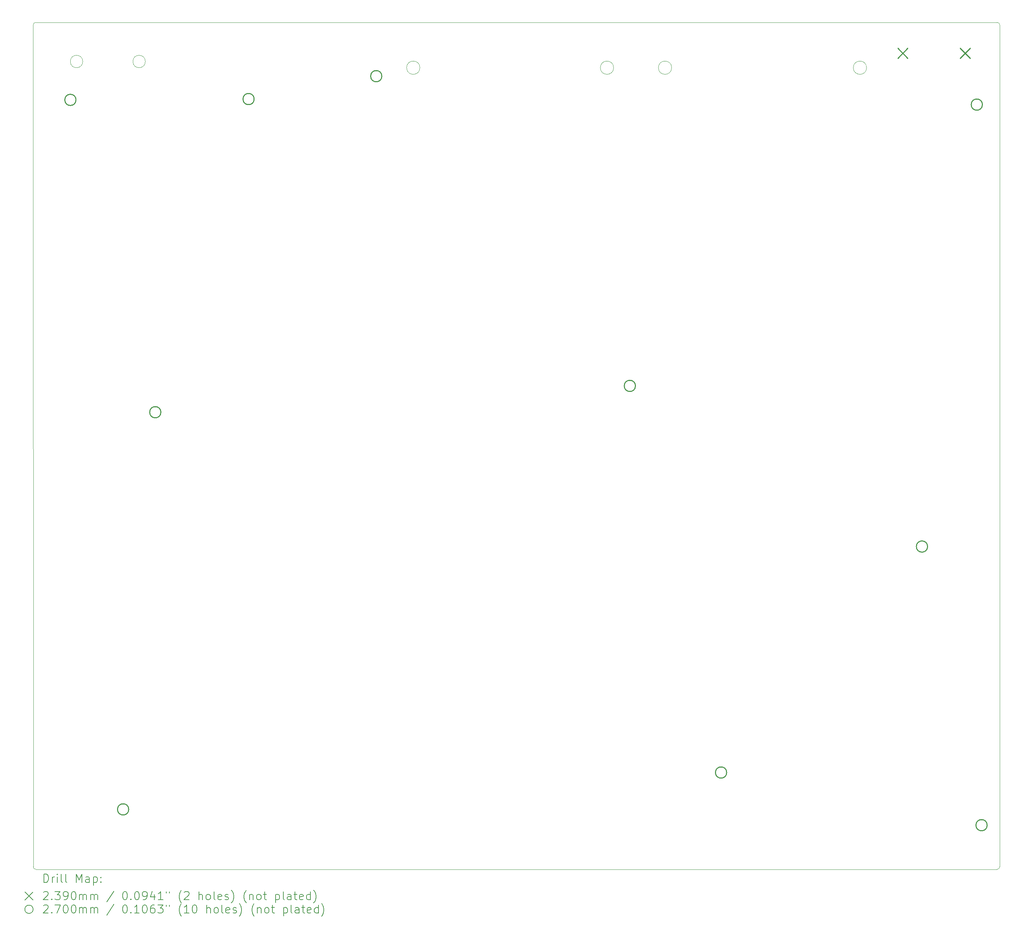
<source format=gbr>
%TF.GenerationSoftware,KiCad,Pcbnew,8.0.1*%
%TF.CreationDate,2024-04-12T12:19:00+01:00*%
%TF.ProjectId,TIM-011B,54494d2d-3031-4314-922e-6b696361645f,rev?*%
%TF.SameCoordinates,Original*%
%TF.FileFunction,Drillmap*%
%TF.FilePolarity,Positive*%
%FSLAX45Y45*%
G04 Gerber Fmt 4.5, Leading zero omitted, Abs format (unit mm)*
G04 Created by KiCad (PCBNEW 8.0.1) date 2024-04-12 12:19:00*
%MOMM*%
%LPD*%
G01*
G04 APERTURE LIST*
%ADD10C,0.050000*%
%ADD11C,0.200000*%
%ADD12C,0.239000*%
%ADD13C,0.270000*%
G04 APERTURE END LIST*
D10*
X32442000Y-3389000D02*
X32442000Y-23683000D01*
X9163000Y-3389000D02*
G75*
G02*
X9227000Y-3325000I64000J0D01*
G01*
X32378000Y-23747000D02*
X9227255Y-23746745D01*
X9227000Y-3325000D02*
X32378000Y-3325000D01*
X32442000Y-23683000D02*
G75*
G02*
X32378000Y-23747000I-64000J0D01*
G01*
X32378000Y-3325000D02*
G75*
G02*
X32442000Y-3389000I0J-64000D01*
G01*
X23142508Y-4419000D02*
G75*
G02*
X22822508Y-4419000I-160000J0D01*
G01*
X22822508Y-4419000D02*
G75*
G02*
X23142508Y-4419000I160000J0D01*
G01*
X29235508Y-4419000D02*
G75*
G02*
X28915508Y-4419000I-160000J0D01*
G01*
X28915508Y-4419000D02*
G75*
G02*
X29235508Y-4419000I160000J0D01*
G01*
X24540508Y-4419000D02*
G75*
G02*
X24220508Y-4419000I-160000J0D01*
G01*
X24220508Y-4419000D02*
G75*
G02*
X24540508Y-4419000I160000J0D01*
G01*
X9227255Y-23746745D02*
G75*
G02*
X9163255Y-23682745I-5J63995D01*
G01*
X9163255Y-23682745D02*
X9163000Y-3389000D01*
X18476508Y-4419000D02*
G75*
G02*
X18156508Y-4419000I-160000J0D01*
G01*
X18156508Y-4419000D02*
G75*
G02*
X18476508Y-4419000I160000J0D01*
G01*
X10356500Y-4269000D02*
G75*
G02*
X10056500Y-4269000I-150000J0D01*
G01*
X10056500Y-4269000D02*
G75*
G02*
X10356500Y-4269000I150000J0D01*
G01*
X11863500Y-4269000D02*
G75*
G02*
X11563500Y-4269000I-150000J0D01*
G01*
X11563500Y-4269000D02*
G75*
G02*
X11863500Y-4269000I150000J0D01*
G01*
D11*
D12*
X29988500Y-3950000D02*
X30227500Y-4189000D01*
X30227500Y-3950000D02*
X29988500Y-4189000D01*
X31489500Y-3950000D02*
X31728500Y-4189000D01*
X31728500Y-3950000D02*
X31489500Y-4189000D01*
D13*
X10193400Y-5194300D02*
G75*
G02*
X9923400Y-5194300I-135000J0D01*
G01*
X9923400Y-5194300D02*
G75*
G02*
X10193400Y-5194300I135000J0D01*
G01*
X11463400Y-22301200D02*
G75*
G02*
X11193400Y-22301200I-135000J0D01*
G01*
X11193400Y-22301200D02*
G75*
G02*
X11463400Y-22301200I135000J0D01*
G01*
X12238100Y-12725400D02*
G75*
G02*
X11968100Y-12725400I-135000J0D01*
G01*
X11968100Y-12725400D02*
G75*
G02*
X12238100Y-12725400I135000J0D01*
G01*
X14485000Y-5175000D02*
G75*
G02*
X14215000Y-5175000I-135000J0D01*
G01*
X14215000Y-5175000D02*
G75*
G02*
X14485000Y-5175000I135000J0D01*
G01*
X17560000Y-4622800D02*
G75*
G02*
X17290000Y-4622800I-135000J0D01*
G01*
X17290000Y-4622800D02*
G75*
G02*
X17560000Y-4622800I135000J0D01*
G01*
X23668100Y-12090400D02*
G75*
G02*
X23398100Y-12090400I-135000J0D01*
G01*
X23398100Y-12090400D02*
G75*
G02*
X23668100Y-12090400I135000J0D01*
G01*
X25865200Y-21412200D02*
G75*
G02*
X25595200Y-21412200I-135000J0D01*
G01*
X25595200Y-21412200D02*
G75*
G02*
X25865200Y-21412200I135000J0D01*
G01*
X30703900Y-15963900D02*
G75*
G02*
X30433900Y-15963900I-135000J0D01*
G01*
X30433900Y-15963900D02*
G75*
G02*
X30703900Y-15963900I135000J0D01*
G01*
X32024700Y-5308600D02*
G75*
G02*
X31754700Y-5308600I-135000J0D01*
G01*
X31754700Y-5308600D02*
G75*
G02*
X32024700Y-5308600I135000J0D01*
G01*
X32139000Y-22682200D02*
G75*
G02*
X31869000Y-22682200I-135000J0D01*
G01*
X31869000Y-22682200D02*
G75*
G02*
X32139000Y-22682200I135000J0D01*
G01*
D11*
X9421277Y-24060984D02*
X9421277Y-23860984D01*
X9421277Y-23860984D02*
X9468896Y-23860984D01*
X9468896Y-23860984D02*
X9497467Y-23870508D01*
X9497467Y-23870508D02*
X9516515Y-23889555D01*
X9516515Y-23889555D02*
X9526039Y-23908603D01*
X9526039Y-23908603D02*
X9535562Y-23946698D01*
X9535562Y-23946698D02*
X9535562Y-23975269D01*
X9535562Y-23975269D02*
X9526039Y-24013365D01*
X9526039Y-24013365D02*
X9516515Y-24032412D01*
X9516515Y-24032412D02*
X9497467Y-24051460D01*
X9497467Y-24051460D02*
X9468896Y-24060984D01*
X9468896Y-24060984D02*
X9421277Y-24060984D01*
X9621277Y-24060984D02*
X9621277Y-23927650D01*
X9621277Y-23965746D02*
X9630801Y-23946698D01*
X9630801Y-23946698D02*
X9640324Y-23937174D01*
X9640324Y-23937174D02*
X9659372Y-23927650D01*
X9659372Y-23927650D02*
X9678420Y-23927650D01*
X9745086Y-24060984D02*
X9745086Y-23927650D01*
X9745086Y-23860984D02*
X9735562Y-23870508D01*
X9735562Y-23870508D02*
X9745086Y-23880031D01*
X9745086Y-23880031D02*
X9754610Y-23870508D01*
X9754610Y-23870508D02*
X9745086Y-23860984D01*
X9745086Y-23860984D02*
X9745086Y-23880031D01*
X9868896Y-24060984D02*
X9849848Y-24051460D01*
X9849848Y-24051460D02*
X9840324Y-24032412D01*
X9840324Y-24032412D02*
X9840324Y-23860984D01*
X9973658Y-24060984D02*
X9954610Y-24051460D01*
X9954610Y-24051460D02*
X9945086Y-24032412D01*
X9945086Y-24032412D02*
X9945086Y-23860984D01*
X10202229Y-24060984D02*
X10202229Y-23860984D01*
X10202229Y-23860984D02*
X10268896Y-24003841D01*
X10268896Y-24003841D02*
X10335562Y-23860984D01*
X10335562Y-23860984D02*
X10335562Y-24060984D01*
X10516515Y-24060984D02*
X10516515Y-23956222D01*
X10516515Y-23956222D02*
X10506991Y-23937174D01*
X10506991Y-23937174D02*
X10487943Y-23927650D01*
X10487943Y-23927650D02*
X10449848Y-23927650D01*
X10449848Y-23927650D02*
X10430801Y-23937174D01*
X10516515Y-24051460D02*
X10497467Y-24060984D01*
X10497467Y-24060984D02*
X10449848Y-24060984D01*
X10449848Y-24060984D02*
X10430801Y-24051460D01*
X10430801Y-24051460D02*
X10421277Y-24032412D01*
X10421277Y-24032412D02*
X10421277Y-24013365D01*
X10421277Y-24013365D02*
X10430801Y-23994317D01*
X10430801Y-23994317D02*
X10449848Y-23984793D01*
X10449848Y-23984793D02*
X10497467Y-23984793D01*
X10497467Y-23984793D02*
X10516515Y-23975269D01*
X10611753Y-23927650D02*
X10611753Y-24127650D01*
X10611753Y-23937174D02*
X10630801Y-23927650D01*
X10630801Y-23927650D02*
X10668896Y-23927650D01*
X10668896Y-23927650D02*
X10687943Y-23937174D01*
X10687943Y-23937174D02*
X10697467Y-23946698D01*
X10697467Y-23946698D02*
X10706991Y-23965746D01*
X10706991Y-23965746D02*
X10706991Y-24022888D01*
X10706991Y-24022888D02*
X10697467Y-24041936D01*
X10697467Y-24041936D02*
X10687943Y-24051460D01*
X10687943Y-24051460D02*
X10668896Y-24060984D01*
X10668896Y-24060984D02*
X10630801Y-24060984D01*
X10630801Y-24060984D02*
X10611753Y-24051460D01*
X10792705Y-24041936D02*
X10802229Y-24051460D01*
X10802229Y-24051460D02*
X10792705Y-24060984D01*
X10792705Y-24060984D02*
X10783182Y-24051460D01*
X10783182Y-24051460D02*
X10792705Y-24041936D01*
X10792705Y-24041936D02*
X10792705Y-24060984D01*
X10792705Y-23937174D02*
X10802229Y-23946698D01*
X10802229Y-23946698D02*
X10792705Y-23956222D01*
X10792705Y-23956222D02*
X10783182Y-23946698D01*
X10783182Y-23946698D02*
X10792705Y-23937174D01*
X10792705Y-23937174D02*
X10792705Y-23956222D01*
X8960500Y-24289500D02*
X9160500Y-24489500D01*
X9160500Y-24289500D02*
X8960500Y-24489500D01*
X9411753Y-24300031D02*
X9421277Y-24290508D01*
X9421277Y-24290508D02*
X9440324Y-24280984D01*
X9440324Y-24280984D02*
X9487943Y-24280984D01*
X9487943Y-24280984D02*
X9506991Y-24290508D01*
X9506991Y-24290508D02*
X9516515Y-24300031D01*
X9516515Y-24300031D02*
X9526039Y-24319079D01*
X9526039Y-24319079D02*
X9526039Y-24338127D01*
X9526039Y-24338127D02*
X9516515Y-24366698D01*
X9516515Y-24366698D02*
X9402229Y-24480984D01*
X9402229Y-24480984D02*
X9526039Y-24480984D01*
X9611753Y-24461936D02*
X9621277Y-24471460D01*
X9621277Y-24471460D02*
X9611753Y-24480984D01*
X9611753Y-24480984D02*
X9602229Y-24471460D01*
X9602229Y-24471460D02*
X9611753Y-24461936D01*
X9611753Y-24461936D02*
X9611753Y-24480984D01*
X9687943Y-24280984D02*
X9811753Y-24280984D01*
X9811753Y-24280984D02*
X9745086Y-24357174D01*
X9745086Y-24357174D02*
X9773658Y-24357174D01*
X9773658Y-24357174D02*
X9792705Y-24366698D01*
X9792705Y-24366698D02*
X9802229Y-24376222D01*
X9802229Y-24376222D02*
X9811753Y-24395269D01*
X9811753Y-24395269D02*
X9811753Y-24442888D01*
X9811753Y-24442888D02*
X9802229Y-24461936D01*
X9802229Y-24461936D02*
X9792705Y-24471460D01*
X9792705Y-24471460D02*
X9773658Y-24480984D01*
X9773658Y-24480984D02*
X9716515Y-24480984D01*
X9716515Y-24480984D02*
X9697467Y-24471460D01*
X9697467Y-24471460D02*
X9687943Y-24461936D01*
X9906991Y-24480984D02*
X9945086Y-24480984D01*
X9945086Y-24480984D02*
X9964134Y-24471460D01*
X9964134Y-24471460D02*
X9973658Y-24461936D01*
X9973658Y-24461936D02*
X9992705Y-24433365D01*
X9992705Y-24433365D02*
X10002229Y-24395269D01*
X10002229Y-24395269D02*
X10002229Y-24319079D01*
X10002229Y-24319079D02*
X9992705Y-24300031D01*
X9992705Y-24300031D02*
X9983182Y-24290508D01*
X9983182Y-24290508D02*
X9964134Y-24280984D01*
X9964134Y-24280984D02*
X9926039Y-24280984D01*
X9926039Y-24280984D02*
X9906991Y-24290508D01*
X9906991Y-24290508D02*
X9897467Y-24300031D01*
X9897467Y-24300031D02*
X9887943Y-24319079D01*
X9887943Y-24319079D02*
X9887943Y-24366698D01*
X9887943Y-24366698D02*
X9897467Y-24385746D01*
X9897467Y-24385746D02*
X9906991Y-24395269D01*
X9906991Y-24395269D02*
X9926039Y-24404793D01*
X9926039Y-24404793D02*
X9964134Y-24404793D01*
X9964134Y-24404793D02*
X9983182Y-24395269D01*
X9983182Y-24395269D02*
X9992705Y-24385746D01*
X9992705Y-24385746D02*
X10002229Y-24366698D01*
X10126039Y-24280984D02*
X10145086Y-24280984D01*
X10145086Y-24280984D02*
X10164134Y-24290508D01*
X10164134Y-24290508D02*
X10173658Y-24300031D01*
X10173658Y-24300031D02*
X10183182Y-24319079D01*
X10183182Y-24319079D02*
X10192705Y-24357174D01*
X10192705Y-24357174D02*
X10192705Y-24404793D01*
X10192705Y-24404793D02*
X10183182Y-24442888D01*
X10183182Y-24442888D02*
X10173658Y-24461936D01*
X10173658Y-24461936D02*
X10164134Y-24471460D01*
X10164134Y-24471460D02*
X10145086Y-24480984D01*
X10145086Y-24480984D02*
X10126039Y-24480984D01*
X10126039Y-24480984D02*
X10106991Y-24471460D01*
X10106991Y-24471460D02*
X10097467Y-24461936D01*
X10097467Y-24461936D02*
X10087943Y-24442888D01*
X10087943Y-24442888D02*
X10078420Y-24404793D01*
X10078420Y-24404793D02*
X10078420Y-24357174D01*
X10078420Y-24357174D02*
X10087943Y-24319079D01*
X10087943Y-24319079D02*
X10097467Y-24300031D01*
X10097467Y-24300031D02*
X10106991Y-24290508D01*
X10106991Y-24290508D02*
X10126039Y-24280984D01*
X10278420Y-24480984D02*
X10278420Y-24347650D01*
X10278420Y-24366698D02*
X10287943Y-24357174D01*
X10287943Y-24357174D02*
X10306991Y-24347650D01*
X10306991Y-24347650D02*
X10335563Y-24347650D01*
X10335563Y-24347650D02*
X10354610Y-24357174D01*
X10354610Y-24357174D02*
X10364134Y-24376222D01*
X10364134Y-24376222D02*
X10364134Y-24480984D01*
X10364134Y-24376222D02*
X10373658Y-24357174D01*
X10373658Y-24357174D02*
X10392705Y-24347650D01*
X10392705Y-24347650D02*
X10421277Y-24347650D01*
X10421277Y-24347650D02*
X10440324Y-24357174D01*
X10440324Y-24357174D02*
X10449848Y-24376222D01*
X10449848Y-24376222D02*
X10449848Y-24480984D01*
X10545086Y-24480984D02*
X10545086Y-24347650D01*
X10545086Y-24366698D02*
X10554610Y-24357174D01*
X10554610Y-24357174D02*
X10573658Y-24347650D01*
X10573658Y-24347650D02*
X10602229Y-24347650D01*
X10602229Y-24347650D02*
X10621277Y-24357174D01*
X10621277Y-24357174D02*
X10630801Y-24376222D01*
X10630801Y-24376222D02*
X10630801Y-24480984D01*
X10630801Y-24376222D02*
X10640324Y-24357174D01*
X10640324Y-24357174D02*
X10659372Y-24347650D01*
X10659372Y-24347650D02*
X10687943Y-24347650D01*
X10687943Y-24347650D02*
X10706991Y-24357174D01*
X10706991Y-24357174D02*
X10716515Y-24376222D01*
X10716515Y-24376222D02*
X10716515Y-24480984D01*
X11106991Y-24271460D02*
X10935563Y-24528603D01*
X11364134Y-24280984D02*
X11383182Y-24280984D01*
X11383182Y-24280984D02*
X11402229Y-24290508D01*
X11402229Y-24290508D02*
X11411753Y-24300031D01*
X11411753Y-24300031D02*
X11421277Y-24319079D01*
X11421277Y-24319079D02*
X11430801Y-24357174D01*
X11430801Y-24357174D02*
X11430801Y-24404793D01*
X11430801Y-24404793D02*
X11421277Y-24442888D01*
X11421277Y-24442888D02*
X11411753Y-24461936D01*
X11411753Y-24461936D02*
X11402229Y-24471460D01*
X11402229Y-24471460D02*
X11383182Y-24480984D01*
X11383182Y-24480984D02*
X11364134Y-24480984D01*
X11364134Y-24480984D02*
X11345086Y-24471460D01*
X11345086Y-24471460D02*
X11335563Y-24461936D01*
X11335563Y-24461936D02*
X11326039Y-24442888D01*
X11326039Y-24442888D02*
X11316515Y-24404793D01*
X11316515Y-24404793D02*
X11316515Y-24357174D01*
X11316515Y-24357174D02*
X11326039Y-24319079D01*
X11326039Y-24319079D02*
X11335563Y-24300031D01*
X11335563Y-24300031D02*
X11345086Y-24290508D01*
X11345086Y-24290508D02*
X11364134Y-24280984D01*
X11516515Y-24461936D02*
X11526039Y-24471460D01*
X11526039Y-24471460D02*
X11516515Y-24480984D01*
X11516515Y-24480984D02*
X11506991Y-24471460D01*
X11506991Y-24471460D02*
X11516515Y-24461936D01*
X11516515Y-24461936D02*
X11516515Y-24480984D01*
X11649848Y-24280984D02*
X11668896Y-24280984D01*
X11668896Y-24280984D02*
X11687944Y-24290508D01*
X11687944Y-24290508D02*
X11697467Y-24300031D01*
X11697467Y-24300031D02*
X11706991Y-24319079D01*
X11706991Y-24319079D02*
X11716515Y-24357174D01*
X11716515Y-24357174D02*
X11716515Y-24404793D01*
X11716515Y-24404793D02*
X11706991Y-24442888D01*
X11706991Y-24442888D02*
X11697467Y-24461936D01*
X11697467Y-24461936D02*
X11687944Y-24471460D01*
X11687944Y-24471460D02*
X11668896Y-24480984D01*
X11668896Y-24480984D02*
X11649848Y-24480984D01*
X11649848Y-24480984D02*
X11630801Y-24471460D01*
X11630801Y-24471460D02*
X11621277Y-24461936D01*
X11621277Y-24461936D02*
X11611753Y-24442888D01*
X11611753Y-24442888D02*
X11602229Y-24404793D01*
X11602229Y-24404793D02*
X11602229Y-24357174D01*
X11602229Y-24357174D02*
X11611753Y-24319079D01*
X11611753Y-24319079D02*
X11621277Y-24300031D01*
X11621277Y-24300031D02*
X11630801Y-24290508D01*
X11630801Y-24290508D02*
X11649848Y-24280984D01*
X11811753Y-24480984D02*
X11849848Y-24480984D01*
X11849848Y-24480984D02*
X11868896Y-24471460D01*
X11868896Y-24471460D02*
X11878420Y-24461936D01*
X11878420Y-24461936D02*
X11897467Y-24433365D01*
X11897467Y-24433365D02*
X11906991Y-24395269D01*
X11906991Y-24395269D02*
X11906991Y-24319079D01*
X11906991Y-24319079D02*
X11897467Y-24300031D01*
X11897467Y-24300031D02*
X11887944Y-24290508D01*
X11887944Y-24290508D02*
X11868896Y-24280984D01*
X11868896Y-24280984D02*
X11830801Y-24280984D01*
X11830801Y-24280984D02*
X11811753Y-24290508D01*
X11811753Y-24290508D02*
X11802229Y-24300031D01*
X11802229Y-24300031D02*
X11792705Y-24319079D01*
X11792705Y-24319079D02*
X11792705Y-24366698D01*
X11792705Y-24366698D02*
X11802229Y-24385746D01*
X11802229Y-24385746D02*
X11811753Y-24395269D01*
X11811753Y-24395269D02*
X11830801Y-24404793D01*
X11830801Y-24404793D02*
X11868896Y-24404793D01*
X11868896Y-24404793D02*
X11887944Y-24395269D01*
X11887944Y-24395269D02*
X11897467Y-24385746D01*
X11897467Y-24385746D02*
X11906991Y-24366698D01*
X12078420Y-24347650D02*
X12078420Y-24480984D01*
X12030801Y-24271460D02*
X11983182Y-24414317D01*
X11983182Y-24414317D02*
X12106991Y-24414317D01*
X12287944Y-24480984D02*
X12173658Y-24480984D01*
X12230801Y-24480984D02*
X12230801Y-24280984D01*
X12230801Y-24280984D02*
X12211753Y-24309555D01*
X12211753Y-24309555D02*
X12192705Y-24328603D01*
X12192705Y-24328603D02*
X12173658Y-24338127D01*
X12364134Y-24280984D02*
X12364134Y-24319079D01*
X12440325Y-24280984D02*
X12440325Y-24319079D01*
X12735563Y-24557174D02*
X12726039Y-24547650D01*
X12726039Y-24547650D02*
X12706991Y-24519079D01*
X12706991Y-24519079D02*
X12697467Y-24500031D01*
X12697467Y-24500031D02*
X12687944Y-24471460D01*
X12687944Y-24471460D02*
X12678420Y-24423841D01*
X12678420Y-24423841D02*
X12678420Y-24385746D01*
X12678420Y-24385746D02*
X12687944Y-24338127D01*
X12687944Y-24338127D02*
X12697467Y-24309555D01*
X12697467Y-24309555D02*
X12706991Y-24290508D01*
X12706991Y-24290508D02*
X12726039Y-24261936D01*
X12726039Y-24261936D02*
X12735563Y-24252412D01*
X12802229Y-24300031D02*
X12811753Y-24290508D01*
X12811753Y-24290508D02*
X12830801Y-24280984D01*
X12830801Y-24280984D02*
X12878420Y-24280984D01*
X12878420Y-24280984D02*
X12897467Y-24290508D01*
X12897467Y-24290508D02*
X12906991Y-24300031D01*
X12906991Y-24300031D02*
X12916515Y-24319079D01*
X12916515Y-24319079D02*
X12916515Y-24338127D01*
X12916515Y-24338127D02*
X12906991Y-24366698D01*
X12906991Y-24366698D02*
X12792706Y-24480984D01*
X12792706Y-24480984D02*
X12916515Y-24480984D01*
X13154610Y-24480984D02*
X13154610Y-24280984D01*
X13240325Y-24480984D02*
X13240325Y-24376222D01*
X13240325Y-24376222D02*
X13230801Y-24357174D01*
X13230801Y-24357174D02*
X13211753Y-24347650D01*
X13211753Y-24347650D02*
X13183182Y-24347650D01*
X13183182Y-24347650D02*
X13164134Y-24357174D01*
X13164134Y-24357174D02*
X13154610Y-24366698D01*
X13364134Y-24480984D02*
X13345087Y-24471460D01*
X13345087Y-24471460D02*
X13335563Y-24461936D01*
X13335563Y-24461936D02*
X13326039Y-24442888D01*
X13326039Y-24442888D02*
X13326039Y-24385746D01*
X13326039Y-24385746D02*
X13335563Y-24366698D01*
X13335563Y-24366698D02*
X13345087Y-24357174D01*
X13345087Y-24357174D02*
X13364134Y-24347650D01*
X13364134Y-24347650D02*
X13392706Y-24347650D01*
X13392706Y-24347650D02*
X13411753Y-24357174D01*
X13411753Y-24357174D02*
X13421277Y-24366698D01*
X13421277Y-24366698D02*
X13430801Y-24385746D01*
X13430801Y-24385746D02*
X13430801Y-24442888D01*
X13430801Y-24442888D02*
X13421277Y-24461936D01*
X13421277Y-24461936D02*
X13411753Y-24471460D01*
X13411753Y-24471460D02*
X13392706Y-24480984D01*
X13392706Y-24480984D02*
X13364134Y-24480984D01*
X13545087Y-24480984D02*
X13526039Y-24471460D01*
X13526039Y-24471460D02*
X13516515Y-24452412D01*
X13516515Y-24452412D02*
X13516515Y-24280984D01*
X13697468Y-24471460D02*
X13678420Y-24480984D01*
X13678420Y-24480984D02*
X13640325Y-24480984D01*
X13640325Y-24480984D02*
X13621277Y-24471460D01*
X13621277Y-24471460D02*
X13611753Y-24452412D01*
X13611753Y-24452412D02*
X13611753Y-24376222D01*
X13611753Y-24376222D02*
X13621277Y-24357174D01*
X13621277Y-24357174D02*
X13640325Y-24347650D01*
X13640325Y-24347650D02*
X13678420Y-24347650D01*
X13678420Y-24347650D02*
X13697468Y-24357174D01*
X13697468Y-24357174D02*
X13706991Y-24376222D01*
X13706991Y-24376222D02*
X13706991Y-24395269D01*
X13706991Y-24395269D02*
X13611753Y-24414317D01*
X13783182Y-24471460D02*
X13802229Y-24480984D01*
X13802229Y-24480984D02*
X13840325Y-24480984D01*
X13840325Y-24480984D02*
X13859372Y-24471460D01*
X13859372Y-24471460D02*
X13868896Y-24452412D01*
X13868896Y-24452412D02*
X13868896Y-24442888D01*
X13868896Y-24442888D02*
X13859372Y-24423841D01*
X13859372Y-24423841D02*
X13840325Y-24414317D01*
X13840325Y-24414317D02*
X13811753Y-24414317D01*
X13811753Y-24414317D02*
X13792706Y-24404793D01*
X13792706Y-24404793D02*
X13783182Y-24385746D01*
X13783182Y-24385746D02*
X13783182Y-24376222D01*
X13783182Y-24376222D02*
X13792706Y-24357174D01*
X13792706Y-24357174D02*
X13811753Y-24347650D01*
X13811753Y-24347650D02*
X13840325Y-24347650D01*
X13840325Y-24347650D02*
X13859372Y-24357174D01*
X13935563Y-24557174D02*
X13945087Y-24547650D01*
X13945087Y-24547650D02*
X13964134Y-24519079D01*
X13964134Y-24519079D02*
X13973658Y-24500031D01*
X13973658Y-24500031D02*
X13983182Y-24471460D01*
X13983182Y-24471460D02*
X13992706Y-24423841D01*
X13992706Y-24423841D02*
X13992706Y-24385746D01*
X13992706Y-24385746D02*
X13983182Y-24338127D01*
X13983182Y-24338127D02*
X13973658Y-24309555D01*
X13973658Y-24309555D02*
X13964134Y-24290508D01*
X13964134Y-24290508D02*
X13945087Y-24261936D01*
X13945087Y-24261936D02*
X13935563Y-24252412D01*
X14297468Y-24557174D02*
X14287944Y-24547650D01*
X14287944Y-24547650D02*
X14268896Y-24519079D01*
X14268896Y-24519079D02*
X14259372Y-24500031D01*
X14259372Y-24500031D02*
X14249849Y-24471460D01*
X14249849Y-24471460D02*
X14240325Y-24423841D01*
X14240325Y-24423841D02*
X14240325Y-24385746D01*
X14240325Y-24385746D02*
X14249849Y-24338127D01*
X14249849Y-24338127D02*
X14259372Y-24309555D01*
X14259372Y-24309555D02*
X14268896Y-24290508D01*
X14268896Y-24290508D02*
X14287944Y-24261936D01*
X14287944Y-24261936D02*
X14297468Y-24252412D01*
X14373658Y-24347650D02*
X14373658Y-24480984D01*
X14373658Y-24366698D02*
X14383182Y-24357174D01*
X14383182Y-24357174D02*
X14402229Y-24347650D01*
X14402229Y-24347650D02*
X14430801Y-24347650D01*
X14430801Y-24347650D02*
X14449849Y-24357174D01*
X14449849Y-24357174D02*
X14459372Y-24376222D01*
X14459372Y-24376222D02*
X14459372Y-24480984D01*
X14583182Y-24480984D02*
X14564134Y-24471460D01*
X14564134Y-24471460D02*
X14554610Y-24461936D01*
X14554610Y-24461936D02*
X14545087Y-24442888D01*
X14545087Y-24442888D02*
X14545087Y-24385746D01*
X14545087Y-24385746D02*
X14554610Y-24366698D01*
X14554610Y-24366698D02*
X14564134Y-24357174D01*
X14564134Y-24357174D02*
X14583182Y-24347650D01*
X14583182Y-24347650D02*
X14611753Y-24347650D01*
X14611753Y-24347650D02*
X14630801Y-24357174D01*
X14630801Y-24357174D02*
X14640325Y-24366698D01*
X14640325Y-24366698D02*
X14649849Y-24385746D01*
X14649849Y-24385746D02*
X14649849Y-24442888D01*
X14649849Y-24442888D02*
X14640325Y-24461936D01*
X14640325Y-24461936D02*
X14630801Y-24471460D01*
X14630801Y-24471460D02*
X14611753Y-24480984D01*
X14611753Y-24480984D02*
X14583182Y-24480984D01*
X14706991Y-24347650D02*
X14783182Y-24347650D01*
X14735563Y-24280984D02*
X14735563Y-24452412D01*
X14735563Y-24452412D02*
X14745087Y-24471460D01*
X14745087Y-24471460D02*
X14764134Y-24480984D01*
X14764134Y-24480984D02*
X14783182Y-24480984D01*
X15002230Y-24347650D02*
X15002230Y-24547650D01*
X15002230Y-24357174D02*
X15021277Y-24347650D01*
X15021277Y-24347650D02*
X15059372Y-24347650D01*
X15059372Y-24347650D02*
X15078420Y-24357174D01*
X15078420Y-24357174D02*
X15087944Y-24366698D01*
X15087944Y-24366698D02*
X15097468Y-24385746D01*
X15097468Y-24385746D02*
X15097468Y-24442888D01*
X15097468Y-24442888D02*
X15087944Y-24461936D01*
X15087944Y-24461936D02*
X15078420Y-24471460D01*
X15078420Y-24471460D02*
X15059372Y-24480984D01*
X15059372Y-24480984D02*
X15021277Y-24480984D01*
X15021277Y-24480984D02*
X15002230Y-24471460D01*
X15211753Y-24480984D02*
X15192706Y-24471460D01*
X15192706Y-24471460D02*
X15183182Y-24452412D01*
X15183182Y-24452412D02*
X15183182Y-24280984D01*
X15373658Y-24480984D02*
X15373658Y-24376222D01*
X15373658Y-24376222D02*
X15364134Y-24357174D01*
X15364134Y-24357174D02*
X15345087Y-24347650D01*
X15345087Y-24347650D02*
X15306991Y-24347650D01*
X15306991Y-24347650D02*
X15287944Y-24357174D01*
X15373658Y-24471460D02*
X15354611Y-24480984D01*
X15354611Y-24480984D02*
X15306991Y-24480984D01*
X15306991Y-24480984D02*
X15287944Y-24471460D01*
X15287944Y-24471460D02*
X15278420Y-24452412D01*
X15278420Y-24452412D02*
X15278420Y-24433365D01*
X15278420Y-24433365D02*
X15287944Y-24414317D01*
X15287944Y-24414317D02*
X15306991Y-24404793D01*
X15306991Y-24404793D02*
X15354611Y-24404793D01*
X15354611Y-24404793D02*
X15373658Y-24395269D01*
X15440325Y-24347650D02*
X15516515Y-24347650D01*
X15468896Y-24280984D02*
X15468896Y-24452412D01*
X15468896Y-24452412D02*
X15478420Y-24471460D01*
X15478420Y-24471460D02*
X15497468Y-24480984D01*
X15497468Y-24480984D02*
X15516515Y-24480984D01*
X15659372Y-24471460D02*
X15640325Y-24480984D01*
X15640325Y-24480984D02*
X15602230Y-24480984D01*
X15602230Y-24480984D02*
X15583182Y-24471460D01*
X15583182Y-24471460D02*
X15573658Y-24452412D01*
X15573658Y-24452412D02*
X15573658Y-24376222D01*
X15573658Y-24376222D02*
X15583182Y-24357174D01*
X15583182Y-24357174D02*
X15602230Y-24347650D01*
X15602230Y-24347650D02*
X15640325Y-24347650D01*
X15640325Y-24347650D02*
X15659372Y-24357174D01*
X15659372Y-24357174D02*
X15668896Y-24376222D01*
X15668896Y-24376222D02*
X15668896Y-24395269D01*
X15668896Y-24395269D02*
X15573658Y-24414317D01*
X15840325Y-24480984D02*
X15840325Y-24280984D01*
X15840325Y-24471460D02*
X15821277Y-24480984D01*
X15821277Y-24480984D02*
X15783182Y-24480984D01*
X15783182Y-24480984D02*
X15764134Y-24471460D01*
X15764134Y-24471460D02*
X15754611Y-24461936D01*
X15754611Y-24461936D02*
X15745087Y-24442888D01*
X15745087Y-24442888D02*
X15745087Y-24385746D01*
X15745087Y-24385746D02*
X15754611Y-24366698D01*
X15754611Y-24366698D02*
X15764134Y-24357174D01*
X15764134Y-24357174D02*
X15783182Y-24347650D01*
X15783182Y-24347650D02*
X15821277Y-24347650D01*
X15821277Y-24347650D02*
X15840325Y-24357174D01*
X15916515Y-24557174D02*
X15926039Y-24547650D01*
X15926039Y-24547650D02*
X15945087Y-24519079D01*
X15945087Y-24519079D02*
X15954611Y-24500031D01*
X15954611Y-24500031D02*
X15964134Y-24471460D01*
X15964134Y-24471460D02*
X15973658Y-24423841D01*
X15973658Y-24423841D02*
X15973658Y-24385746D01*
X15973658Y-24385746D02*
X15964134Y-24338127D01*
X15964134Y-24338127D02*
X15954611Y-24309555D01*
X15954611Y-24309555D02*
X15945087Y-24290508D01*
X15945087Y-24290508D02*
X15926039Y-24261936D01*
X15926039Y-24261936D02*
X15916515Y-24252412D01*
X9160500Y-24709500D02*
G75*
G02*
X8960500Y-24709500I-100000J0D01*
G01*
X8960500Y-24709500D02*
G75*
G02*
X9160500Y-24709500I100000J0D01*
G01*
X9411753Y-24620031D02*
X9421277Y-24610508D01*
X9421277Y-24610508D02*
X9440324Y-24600984D01*
X9440324Y-24600984D02*
X9487943Y-24600984D01*
X9487943Y-24600984D02*
X9506991Y-24610508D01*
X9506991Y-24610508D02*
X9516515Y-24620031D01*
X9516515Y-24620031D02*
X9526039Y-24639079D01*
X9526039Y-24639079D02*
X9526039Y-24658127D01*
X9526039Y-24658127D02*
X9516515Y-24686698D01*
X9516515Y-24686698D02*
X9402229Y-24800984D01*
X9402229Y-24800984D02*
X9526039Y-24800984D01*
X9611753Y-24781936D02*
X9621277Y-24791460D01*
X9621277Y-24791460D02*
X9611753Y-24800984D01*
X9611753Y-24800984D02*
X9602229Y-24791460D01*
X9602229Y-24791460D02*
X9611753Y-24781936D01*
X9611753Y-24781936D02*
X9611753Y-24800984D01*
X9687943Y-24600984D02*
X9821277Y-24600984D01*
X9821277Y-24600984D02*
X9735562Y-24800984D01*
X9935562Y-24600984D02*
X9954610Y-24600984D01*
X9954610Y-24600984D02*
X9973658Y-24610508D01*
X9973658Y-24610508D02*
X9983182Y-24620031D01*
X9983182Y-24620031D02*
X9992705Y-24639079D01*
X9992705Y-24639079D02*
X10002229Y-24677174D01*
X10002229Y-24677174D02*
X10002229Y-24724793D01*
X10002229Y-24724793D02*
X9992705Y-24762888D01*
X9992705Y-24762888D02*
X9983182Y-24781936D01*
X9983182Y-24781936D02*
X9973658Y-24791460D01*
X9973658Y-24791460D02*
X9954610Y-24800984D01*
X9954610Y-24800984D02*
X9935562Y-24800984D01*
X9935562Y-24800984D02*
X9916515Y-24791460D01*
X9916515Y-24791460D02*
X9906991Y-24781936D01*
X9906991Y-24781936D02*
X9897467Y-24762888D01*
X9897467Y-24762888D02*
X9887943Y-24724793D01*
X9887943Y-24724793D02*
X9887943Y-24677174D01*
X9887943Y-24677174D02*
X9897467Y-24639079D01*
X9897467Y-24639079D02*
X9906991Y-24620031D01*
X9906991Y-24620031D02*
X9916515Y-24610508D01*
X9916515Y-24610508D02*
X9935562Y-24600984D01*
X10126039Y-24600984D02*
X10145086Y-24600984D01*
X10145086Y-24600984D02*
X10164134Y-24610508D01*
X10164134Y-24610508D02*
X10173658Y-24620031D01*
X10173658Y-24620031D02*
X10183182Y-24639079D01*
X10183182Y-24639079D02*
X10192705Y-24677174D01*
X10192705Y-24677174D02*
X10192705Y-24724793D01*
X10192705Y-24724793D02*
X10183182Y-24762888D01*
X10183182Y-24762888D02*
X10173658Y-24781936D01*
X10173658Y-24781936D02*
X10164134Y-24791460D01*
X10164134Y-24791460D02*
X10145086Y-24800984D01*
X10145086Y-24800984D02*
X10126039Y-24800984D01*
X10126039Y-24800984D02*
X10106991Y-24791460D01*
X10106991Y-24791460D02*
X10097467Y-24781936D01*
X10097467Y-24781936D02*
X10087943Y-24762888D01*
X10087943Y-24762888D02*
X10078420Y-24724793D01*
X10078420Y-24724793D02*
X10078420Y-24677174D01*
X10078420Y-24677174D02*
X10087943Y-24639079D01*
X10087943Y-24639079D02*
X10097467Y-24620031D01*
X10097467Y-24620031D02*
X10106991Y-24610508D01*
X10106991Y-24610508D02*
X10126039Y-24600984D01*
X10278420Y-24800984D02*
X10278420Y-24667650D01*
X10278420Y-24686698D02*
X10287943Y-24677174D01*
X10287943Y-24677174D02*
X10306991Y-24667650D01*
X10306991Y-24667650D02*
X10335563Y-24667650D01*
X10335563Y-24667650D02*
X10354610Y-24677174D01*
X10354610Y-24677174D02*
X10364134Y-24696222D01*
X10364134Y-24696222D02*
X10364134Y-24800984D01*
X10364134Y-24696222D02*
X10373658Y-24677174D01*
X10373658Y-24677174D02*
X10392705Y-24667650D01*
X10392705Y-24667650D02*
X10421277Y-24667650D01*
X10421277Y-24667650D02*
X10440324Y-24677174D01*
X10440324Y-24677174D02*
X10449848Y-24696222D01*
X10449848Y-24696222D02*
X10449848Y-24800984D01*
X10545086Y-24800984D02*
X10545086Y-24667650D01*
X10545086Y-24686698D02*
X10554610Y-24677174D01*
X10554610Y-24677174D02*
X10573658Y-24667650D01*
X10573658Y-24667650D02*
X10602229Y-24667650D01*
X10602229Y-24667650D02*
X10621277Y-24677174D01*
X10621277Y-24677174D02*
X10630801Y-24696222D01*
X10630801Y-24696222D02*
X10630801Y-24800984D01*
X10630801Y-24696222D02*
X10640324Y-24677174D01*
X10640324Y-24677174D02*
X10659372Y-24667650D01*
X10659372Y-24667650D02*
X10687943Y-24667650D01*
X10687943Y-24667650D02*
X10706991Y-24677174D01*
X10706991Y-24677174D02*
X10716515Y-24696222D01*
X10716515Y-24696222D02*
X10716515Y-24800984D01*
X11106991Y-24591460D02*
X10935563Y-24848603D01*
X11364134Y-24600984D02*
X11383182Y-24600984D01*
X11383182Y-24600984D02*
X11402229Y-24610508D01*
X11402229Y-24610508D02*
X11411753Y-24620031D01*
X11411753Y-24620031D02*
X11421277Y-24639079D01*
X11421277Y-24639079D02*
X11430801Y-24677174D01*
X11430801Y-24677174D02*
X11430801Y-24724793D01*
X11430801Y-24724793D02*
X11421277Y-24762888D01*
X11421277Y-24762888D02*
X11411753Y-24781936D01*
X11411753Y-24781936D02*
X11402229Y-24791460D01*
X11402229Y-24791460D02*
X11383182Y-24800984D01*
X11383182Y-24800984D02*
X11364134Y-24800984D01*
X11364134Y-24800984D02*
X11345086Y-24791460D01*
X11345086Y-24791460D02*
X11335563Y-24781936D01*
X11335563Y-24781936D02*
X11326039Y-24762888D01*
X11326039Y-24762888D02*
X11316515Y-24724793D01*
X11316515Y-24724793D02*
X11316515Y-24677174D01*
X11316515Y-24677174D02*
X11326039Y-24639079D01*
X11326039Y-24639079D02*
X11335563Y-24620031D01*
X11335563Y-24620031D02*
X11345086Y-24610508D01*
X11345086Y-24610508D02*
X11364134Y-24600984D01*
X11516515Y-24781936D02*
X11526039Y-24791460D01*
X11526039Y-24791460D02*
X11516515Y-24800984D01*
X11516515Y-24800984D02*
X11506991Y-24791460D01*
X11506991Y-24791460D02*
X11516515Y-24781936D01*
X11516515Y-24781936D02*
X11516515Y-24800984D01*
X11716515Y-24800984D02*
X11602229Y-24800984D01*
X11659372Y-24800984D02*
X11659372Y-24600984D01*
X11659372Y-24600984D02*
X11640324Y-24629555D01*
X11640324Y-24629555D02*
X11621277Y-24648603D01*
X11621277Y-24648603D02*
X11602229Y-24658127D01*
X11840324Y-24600984D02*
X11859372Y-24600984D01*
X11859372Y-24600984D02*
X11878420Y-24610508D01*
X11878420Y-24610508D02*
X11887944Y-24620031D01*
X11887944Y-24620031D02*
X11897467Y-24639079D01*
X11897467Y-24639079D02*
X11906991Y-24677174D01*
X11906991Y-24677174D02*
X11906991Y-24724793D01*
X11906991Y-24724793D02*
X11897467Y-24762888D01*
X11897467Y-24762888D02*
X11887944Y-24781936D01*
X11887944Y-24781936D02*
X11878420Y-24791460D01*
X11878420Y-24791460D02*
X11859372Y-24800984D01*
X11859372Y-24800984D02*
X11840324Y-24800984D01*
X11840324Y-24800984D02*
X11821277Y-24791460D01*
X11821277Y-24791460D02*
X11811753Y-24781936D01*
X11811753Y-24781936D02*
X11802229Y-24762888D01*
X11802229Y-24762888D02*
X11792705Y-24724793D01*
X11792705Y-24724793D02*
X11792705Y-24677174D01*
X11792705Y-24677174D02*
X11802229Y-24639079D01*
X11802229Y-24639079D02*
X11811753Y-24620031D01*
X11811753Y-24620031D02*
X11821277Y-24610508D01*
X11821277Y-24610508D02*
X11840324Y-24600984D01*
X12078420Y-24600984D02*
X12040324Y-24600984D01*
X12040324Y-24600984D02*
X12021277Y-24610508D01*
X12021277Y-24610508D02*
X12011753Y-24620031D01*
X12011753Y-24620031D02*
X11992705Y-24648603D01*
X11992705Y-24648603D02*
X11983182Y-24686698D01*
X11983182Y-24686698D02*
X11983182Y-24762888D01*
X11983182Y-24762888D02*
X11992705Y-24781936D01*
X11992705Y-24781936D02*
X12002229Y-24791460D01*
X12002229Y-24791460D02*
X12021277Y-24800984D01*
X12021277Y-24800984D02*
X12059372Y-24800984D01*
X12059372Y-24800984D02*
X12078420Y-24791460D01*
X12078420Y-24791460D02*
X12087944Y-24781936D01*
X12087944Y-24781936D02*
X12097467Y-24762888D01*
X12097467Y-24762888D02*
X12097467Y-24715269D01*
X12097467Y-24715269D02*
X12087944Y-24696222D01*
X12087944Y-24696222D02*
X12078420Y-24686698D01*
X12078420Y-24686698D02*
X12059372Y-24677174D01*
X12059372Y-24677174D02*
X12021277Y-24677174D01*
X12021277Y-24677174D02*
X12002229Y-24686698D01*
X12002229Y-24686698D02*
X11992705Y-24696222D01*
X11992705Y-24696222D02*
X11983182Y-24715269D01*
X12164134Y-24600984D02*
X12287944Y-24600984D01*
X12287944Y-24600984D02*
X12221277Y-24677174D01*
X12221277Y-24677174D02*
X12249848Y-24677174D01*
X12249848Y-24677174D02*
X12268896Y-24686698D01*
X12268896Y-24686698D02*
X12278420Y-24696222D01*
X12278420Y-24696222D02*
X12287944Y-24715269D01*
X12287944Y-24715269D02*
X12287944Y-24762888D01*
X12287944Y-24762888D02*
X12278420Y-24781936D01*
X12278420Y-24781936D02*
X12268896Y-24791460D01*
X12268896Y-24791460D02*
X12249848Y-24800984D01*
X12249848Y-24800984D02*
X12192705Y-24800984D01*
X12192705Y-24800984D02*
X12173658Y-24791460D01*
X12173658Y-24791460D02*
X12164134Y-24781936D01*
X12364134Y-24600984D02*
X12364134Y-24639079D01*
X12440325Y-24600984D02*
X12440325Y-24639079D01*
X12735563Y-24877174D02*
X12726039Y-24867650D01*
X12726039Y-24867650D02*
X12706991Y-24839079D01*
X12706991Y-24839079D02*
X12697467Y-24820031D01*
X12697467Y-24820031D02*
X12687944Y-24791460D01*
X12687944Y-24791460D02*
X12678420Y-24743841D01*
X12678420Y-24743841D02*
X12678420Y-24705746D01*
X12678420Y-24705746D02*
X12687944Y-24658127D01*
X12687944Y-24658127D02*
X12697467Y-24629555D01*
X12697467Y-24629555D02*
X12706991Y-24610508D01*
X12706991Y-24610508D02*
X12726039Y-24581936D01*
X12726039Y-24581936D02*
X12735563Y-24572412D01*
X12916515Y-24800984D02*
X12802229Y-24800984D01*
X12859372Y-24800984D02*
X12859372Y-24600984D01*
X12859372Y-24600984D02*
X12840325Y-24629555D01*
X12840325Y-24629555D02*
X12821277Y-24648603D01*
X12821277Y-24648603D02*
X12802229Y-24658127D01*
X13040325Y-24600984D02*
X13059372Y-24600984D01*
X13059372Y-24600984D02*
X13078420Y-24610508D01*
X13078420Y-24610508D02*
X13087944Y-24620031D01*
X13087944Y-24620031D02*
X13097467Y-24639079D01*
X13097467Y-24639079D02*
X13106991Y-24677174D01*
X13106991Y-24677174D02*
X13106991Y-24724793D01*
X13106991Y-24724793D02*
X13097467Y-24762888D01*
X13097467Y-24762888D02*
X13087944Y-24781936D01*
X13087944Y-24781936D02*
X13078420Y-24791460D01*
X13078420Y-24791460D02*
X13059372Y-24800984D01*
X13059372Y-24800984D02*
X13040325Y-24800984D01*
X13040325Y-24800984D02*
X13021277Y-24791460D01*
X13021277Y-24791460D02*
X13011753Y-24781936D01*
X13011753Y-24781936D02*
X13002229Y-24762888D01*
X13002229Y-24762888D02*
X12992706Y-24724793D01*
X12992706Y-24724793D02*
X12992706Y-24677174D01*
X12992706Y-24677174D02*
X13002229Y-24639079D01*
X13002229Y-24639079D02*
X13011753Y-24620031D01*
X13011753Y-24620031D02*
X13021277Y-24610508D01*
X13021277Y-24610508D02*
X13040325Y-24600984D01*
X13345087Y-24800984D02*
X13345087Y-24600984D01*
X13430801Y-24800984D02*
X13430801Y-24696222D01*
X13430801Y-24696222D02*
X13421277Y-24677174D01*
X13421277Y-24677174D02*
X13402229Y-24667650D01*
X13402229Y-24667650D02*
X13373658Y-24667650D01*
X13373658Y-24667650D02*
X13354610Y-24677174D01*
X13354610Y-24677174D02*
X13345087Y-24686698D01*
X13554610Y-24800984D02*
X13535563Y-24791460D01*
X13535563Y-24791460D02*
X13526039Y-24781936D01*
X13526039Y-24781936D02*
X13516515Y-24762888D01*
X13516515Y-24762888D02*
X13516515Y-24705746D01*
X13516515Y-24705746D02*
X13526039Y-24686698D01*
X13526039Y-24686698D02*
X13535563Y-24677174D01*
X13535563Y-24677174D02*
X13554610Y-24667650D01*
X13554610Y-24667650D02*
X13583182Y-24667650D01*
X13583182Y-24667650D02*
X13602229Y-24677174D01*
X13602229Y-24677174D02*
X13611753Y-24686698D01*
X13611753Y-24686698D02*
X13621277Y-24705746D01*
X13621277Y-24705746D02*
X13621277Y-24762888D01*
X13621277Y-24762888D02*
X13611753Y-24781936D01*
X13611753Y-24781936D02*
X13602229Y-24791460D01*
X13602229Y-24791460D02*
X13583182Y-24800984D01*
X13583182Y-24800984D02*
X13554610Y-24800984D01*
X13735563Y-24800984D02*
X13716515Y-24791460D01*
X13716515Y-24791460D02*
X13706991Y-24772412D01*
X13706991Y-24772412D02*
X13706991Y-24600984D01*
X13887944Y-24791460D02*
X13868896Y-24800984D01*
X13868896Y-24800984D02*
X13830801Y-24800984D01*
X13830801Y-24800984D02*
X13811753Y-24791460D01*
X13811753Y-24791460D02*
X13802229Y-24772412D01*
X13802229Y-24772412D02*
X13802229Y-24696222D01*
X13802229Y-24696222D02*
X13811753Y-24677174D01*
X13811753Y-24677174D02*
X13830801Y-24667650D01*
X13830801Y-24667650D02*
X13868896Y-24667650D01*
X13868896Y-24667650D02*
X13887944Y-24677174D01*
X13887944Y-24677174D02*
X13897468Y-24696222D01*
X13897468Y-24696222D02*
X13897468Y-24715269D01*
X13897468Y-24715269D02*
X13802229Y-24734317D01*
X13973658Y-24791460D02*
X13992706Y-24800984D01*
X13992706Y-24800984D02*
X14030801Y-24800984D01*
X14030801Y-24800984D02*
X14049849Y-24791460D01*
X14049849Y-24791460D02*
X14059372Y-24772412D01*
X14059372Y-24772412D02*
X14059372Y-24762888D01*
X14059372Y-24762888D02*
X14049849Y-24743841D01*
X14049849Y-24743841D02*
X14030801Y-24734317D01*
X14030801Y-24734317D02*
X14002229Y-24734317D01*
X14002229Y-24734317D02*
X13983182Y-24724793D01*
X13983182Y-24724793D02*
X13973658Y-24705746D01*
X13973658Y-24705746D02*
X13973658Y-24696222D01*
X13973658Y-24696222D02*
X13983182Y-24677174D01*
X13983182Y-24677174D02*
X14002229Y-24667650D01*
X14002229Y-24667650D02*
X14030801Y-24667650D01*
X14030801Y-24667650D02*
X14049849Y-24677174D01*
X14126039Y-24877174D02*
X14135563Y-24867650D01*
X14135563Y-24867650D02*
X14154610Y-24839079D01*
X14154610Y-24839079D02*
X14164134Y-24820031D01*
X14164134Y-24820031D02*
X14173658Y-24791460D01*
X14173658Y-24791460D02*
X14183182Y-24743841D01*
X14183182Y-24743841D02*
X14183182Y-24705746D01*
X14183182Y-24705746D02*
X14173658Y-24658127D01*
X14173658Y-24658127D02*
X14164134Y-24629555D01*
X14164134Y-24629555D02*
X14154610Y-24610508D01*
X14154610Y-24610508D02*
X14135563Y-24581936D01*
X14135563Y-24581936D02*
X14126039Y-24572412D01*
X14487944Y-24877174D02*
X14478420Y-24867650D01*
X14478420Y-24867650D02*
X14459372Y-24839079D01*
X14459372Y-24839079D02*
X14449849Y-24820031D01*
X14449849Y-24820031D02*
X14440325Y-24791460D01*
X14440325Y-24791460D02*
X14430801Y-24743841D01*
X14430801Y-24743841D02*
X14430801Y-24705746D01*
X14430801Y-24705746D02*
X14440325Y-24658127D01*
X14440325Y-24658127D02*
X14449849Y-24629555D01*
X14449849Y-24629555D02*
X14459372Y-24610508D01*
X14459372Y-24610508D02*
X14478420Y-24581936D01*
X14478420Y-24581936D02*
X14487944Y-24572412D01*
X14564134Y-24667650D02*
X14564134Y-24800984D01*
X14564134Y-24686698D02*
X14573658Y-24677174D01*
X14573658Y-24677174D02*
X14592706Y-24667650D01*
X14592706Y-24667650D02*
X14621277Y-24667650D01*
X14621277Y-24667650D02*
X14640325Y-24677174D01*
X14640325Y-24677174D02*
X14649849Y-24696222D01*
X14649849Y-24696222D02*
X14649849Y-24800984D01*
X14773658Y-24800984D02*
X14754610Y-24791460D01*
X14754610Y-24791460D02*
X14745087Y-24781936D01*
X14745087Y-24781936D02*
X14735563Y-24762888D01*
X14735563Y-24762888D02*
X14735563Y-24705746D01*
X14735563Y-24705746D02*
X14745087Y-24686698D01*
X14745087Y-24686698D02*
X14754610Y-24677174D01*
X14754610Y-24677174D02*
X14773658Y-24667650D01*
X14773658Y-24667650D02*
X14802230Y-24667650D01*
X14802230Y-24667650D02*
X14821277Y-24677174D01*
X14821277Y-24677174D02*
X14830801Y-24686698D01*
X14830801Y-24686698D02*
X14840325Y-24705746D01*
X14840325Y-24705746D02*
X14840325Y-24762888D01*
X14840325Y-24762888D02*
X14830801Y-24781936D01*
X14830801Y-24781936D02*
X14821277Y-24791460D01*
X14821277Y-24791460D02*
X14802230Y-24800984D01*
X14802230Y-24800984D02*
X14773658Y-24800984D01*
X14897468Y-24667650D02*
X14973658Y-24667650D01*
X14926039Y-24600984D02*
X14926039Y-24772412D01*
X14926039Y-24772412D02*
X14935563Y-24791460D01*
X14935563Y-24791460D02*
X14954610Y-24800984D01*
X14954610Y-24800984D02*
X14973658Y-24800984D01*
X15192706Y-24667650D02*
X15192706Y-24867650D01*
X15192706Y-24677174D02*
X15211753Y-24667650D01*
X15211753Y-24667650D02*
X15249849Y-24667650D01*
X15249849Y-24667650D02*
X15268896Y-24677174D01*
X15268896Y-24677174D02*
X15278420Y-24686698D01*
X15278420Y-24686698D02*
X15287944Y-24705746D01*
X15287944Y-24705746D02*
X15287944Y-24762888D01*
X15287944Y-24762888D02*
X15278420Y-24781936D01*
X15278420Y-24781936D02*
X15268896Y-24791460D01*
X15268896Y-24791460D02*
X15249849Y-24800984D01*
X15249849Y-24800984D02*
X15211753Y-24800984D01*
X15211753Y-24800984D02*
X15192706Y-24791460D01*
X15402230Y-24800984D02*
X15383182Y-24791460D01*
X15383182Y-24791460D02*
X15373658Y-24772412D01*
X15373658Y-24772412D02*
X15373658Y-24600984D01*
X15564134Y-24800984D02*
X15564134Y-24696222D01*
X15564134Y-24696222D02*
X15554611Y-24677174D01*
X15554611Y-24677174D02*
X15535563Y-24667650D01*
X15535563Y-24667650D02*
X15497468Y-24667650D01*
X15497468Y-24667650D02*
X15478420Y-24677174D01*
X15564134Y-24791460D02*
X15545087Y-24800984D01*
X15545087Y-24800984D02*
X15497468Y-24800984D01*
X15497468Y-24800984D02*
X15478420Y-24791460D01*
X15478420Y-24791460D02*
X15468896Y-24772412D01*
X15468896Y-24772412D02*
X15468896Y-24753365D01*
X15468896Y-24753365D02*
X15478420Y-24734317D01*
X15478420Y-24734317D02*
X15497468Y-24724793D01*
X15497468Y-24724793D02*
X15545087Y-24724793D01*
X15545087Y-24724793D02*
X15564134Y-24715269D01*
X15630801Y-24667650D02*
X15706991Y-24667650D01*
X15659372Y-24600984D02*
X15659372Y-24772412D01*
X15659372Y-24772412D02*
X15668896Y-24791460D01*
X15668896Y-24791460D02*
X15687944Y-24800984D01*
X15687944Y-24800984D02*
X15706991Y-24800984D01*
X15849849Y-24791460D02*
X15830801Y-24800984D01*
X15830801Y-24800984D02*
X15792706Y-24800984D01*
X15792706Y-24800984D02*
X15773658Y-24791460D01*
X15773658Y-24791460D02*
X15764134Y-24772412D01*
X15764134Y-24772412D02*
X15764134Y-24696222D01*
X15764134Y-24696222D02*
X15773658Y-24677174D01*
X15773658Y-24677174D02*
X15792706Y-24667650D01*
X15792706Y-24667650D02*
X15830801Y-24667650D01*
X15830801Y-24667650D02*
X15849849Y-24677174D01*
X15849849Y-24677174D02*
X15859372Y-24696222D01*
X15859372Y-24696222D02*
X15859372Y-24715269D01*
X15859372Y-24715269D02*
X15764134Y-24734317D01*
X16030801Y-24800984D02*
X16030801Y-24600984D01*
X16030801Y-24791460D02*
X16011753Y-24800984D01*
X16011753Y-24800984D02*
X15973658Y-24800984D01*
X15973658Y-24800984D02*
X15954611Y-24791460D01*
X15954611Y-24791460D02*
X15945087Y-24781936D01*
X15945087Y-24781936D02*
X15935563Y-24762888D01*
X15935563Y-24762888D02*
X15935563Y-24705746D01*
X15935563Y-24705746D02*
X15945087Y-24686698D01*
X15945087Y-24686698D02*
X15954611Y-24677174D01*
X15954611Y-24677174D02*
X15973658Y-24667650D01*
X15973658Y-24667650D02*
X16011753Y-24667650D01*
X16011753Y-24667650D02*
X16030801Y-24677174D01*
X16106992Y-24877174D02*
X16116515Y-24867650D01*
X16116515Y-24867650D02*
X16135563Y-24839079D01*
X16135563Y-24839079D02*
X16145087Y-24820031D01*
X16145087Y-24820031D02*
X16154611Y-24791460D01*
X16154611Y-24791460D02*
X16164134Y-24743841D01*
X16164134Y-24743841D02*
X16164134Y-24705746D01*
X16164134Y-24705746D02*
X16154611Y-24658127D01*
X16154611Y-24658127D02*
X16145087Y-24629555D01*
X16145087Y-24629555D02*
X16135563Y-24610508D01*
X16135563Y-24610508D02*
X16116515Y-24581936D01*
X16116515Y-24581936D02*
X16106992Y-24572412D01*
M02*

</source>
